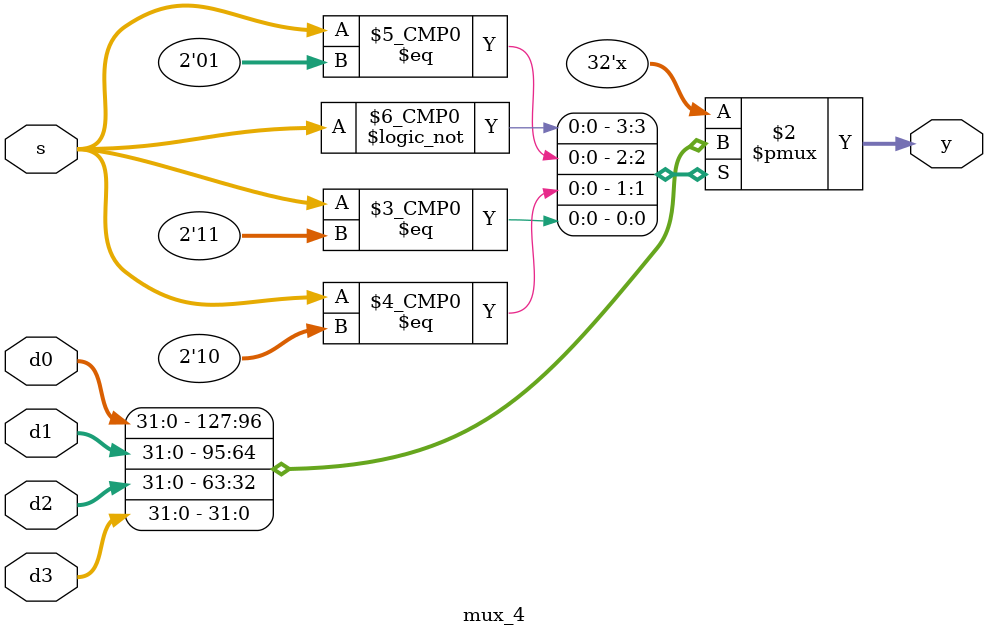
<source format=v>

module mux_4(d0, d1, d2, d3, s, y);
  parameter inputwidth=32;
  input [inputwidth-1:0] d0;
  input [inputwidth-1:0] d1;
  input [inputwidth-1:0] d2;
  input [inputwidth-1:0] d3;
  input [1:0] s;
  output reg [inputwidth-1:0] y;
  
  always @ (*)
  begin
    case (s)
      2'b00: y<=d0;
      2'b01: y<=d1;
      2'b10: y<=d2;
      2'b11: y<=d3;
    endcase
  end
  
endmodule
</source>
